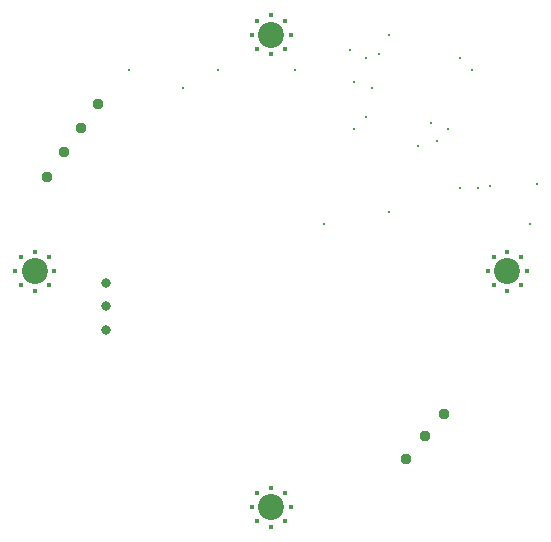
<source format=gbr>
%TF.GenerationSoftware,KiCad,Pcbnew,(6.0.4)*%
%TF.CreationDate,2022-04-19T23:51:53-04:00*%
%TF.ProjectId,Light_Sensor_schematic,4c696768-745f-4536-956e-736f725f7363,rev?*%
%TF.SameCoordinates,Original*%
%TF.FileFunction,Plated,1,2,PTH,Drill*%
%TF.FilePolarity,Positive*%
%FSLAX46Y46*%
G04 Gerber Fmt 4.6, Leading zero omitted, Abs format (unit mm)*
G04 Created by KiCad (PCBNEW (6.0.4)) date 2022-04-19 23:51:53*
%MOMM*%
%LPD*%
G01*
G04 APERTURE LIST*
%TA.AperFunction,ViaDrill*%
%ADD10C,0.254000*%
%TD*%
%TA.AperFunction,ComponentDrill*%
%ADD11C,0.400000*%
%TD*%
%TA.AperFunction,ComponentDrill*%
%ADD12C,0.830000*%
%TD*%
%TA.AperFunction,ComponentDrill*%
%ADD13C,0.950000*%
%TD*%
%TA.AperFunction,ComponentDrill*%
%ADD14C,2.200000*%
%TD*%
G04 APERTURE END LIST*
D10*
X113000000Y-88000000D03*
X117500000Y-89500000D03*
X120500000Y-88000000D03*
X127000000Y-88000000D03*
X129500000Y-101000000D03*
X131677096Y-86322904D03*
X132000000Y-89000000D03*
X132000000Y-93000000D03*
X133000000Y-87000000D03*
X133000000Y-92000000D03*
X133530200Y-89500000D03*
X134124909Y-86624909D03*
X135000000Y-85000000D03*
X135000000Y-100000000D03*
X137389663Y-94428336D03*
X138500000Y-92500000D03*
X139000000Y-94000000D03*
X140000000Y-93000000D03*
X141000000Y-87000000D03*
X141000000Y-98000000D03*
X142000000Y-88000000D03*
X142500000Y-98000000D03*
X143500000Y-97830599D03*
X146946001Y-101000000D03*
X147476201Y-97634201D03*
D11*
%TO.C,H4*%
X103350000Y-105000000D03*
X103833274Y-103833274D03*
X103833274Y-106166726D03*
X105000000Y-103350000D03*
X105000000Y-106650000D03*
X106166726Y-103833274D03*
X106166726Y-106166726D03*
X106650000Y-105000000D03*
%TO.C,H2*%
X123350000Y-85000000D03*
%TO.C,H1*%
X123350000Y-125000000D03*
%TO.C,H2*%
X123833274Y-83833274D03*
X123833274Y-86166726D03*
%TO.C,H1*%
X123833274Y-123833274D03*
X123833274Y-126166726D03*
%TO.C,H2*%
X125000000Y-83350000D03*
X125000000Y-86650000D03*
%TO.C,H1*%
X125000000Y-123350000D03*
X125000000Y-126650000D03*
%TO.C,H2*%
X126166726Y-83833274D03*
X126166726Y-86166726D03*
%TO.C,H1*%
X126166726Y-123833274D03*
X126166726Y-126166726D03*
%TO.C,H2*%
X126650000Y-85000000D03*
%TO.C,H1*%
X126650000Y-125000000D03*
%TO.C,H3*%
X143350000Y-105000000D03*
X143833274Y-103833274D03*
X143833274Y-106166726D03*
X145000000Y-103350000D03*
X145000000Y-106650000D03*
X146166726Y-103833274D03*
X146166726Y-106166726D03*
X146650000Y-105000000D03*
D12*
%TO.C,IC1*%
X111000000Y-106000000D03*
X111000000Y-108000000D03*
X111000000Y-110000000D03*
D13*
%TO.C,J3*%
X106000000Y-97000000D03*
X107433941Y-94952120D03*
X108867882Y-92904240D03*
X110301823Y-90856360D03*
%TO.C,J1*%
X136393031Y-120915111D03*
X138000000Y-119000000D03*
X139606969Y-117084889D03*
D14*
%TO.C,H4*%
X105000000Y-105000000D03*
%TO.C,H2*%
X125000000Y-85000000D03*
%TO.C,H1*%
X125000000Y-125000000D03*
%TO.C,H3*%
X145000000Y-105000000D03*
M02*

</source>
